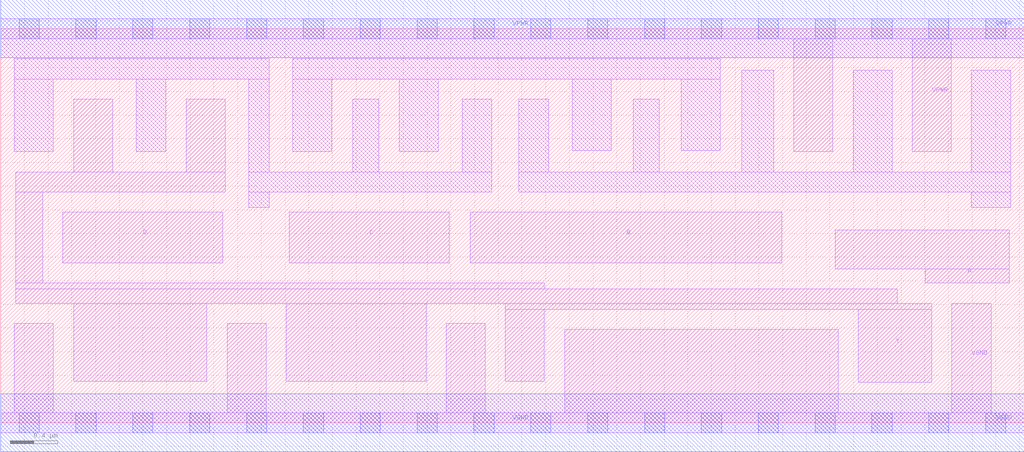
<source format=lef>
# Copyright 2020 The SkyWater PDK Authors
#
# Licensed under the Apache License, Version 2.0 (the "License");
# you may not use this file except in compliance with the License.
# You may obtain a copy of the License at
#
#     https://www.apache.org/licenses/LICENSE-2.0
#
# Unless required by applicable law or agreed to in writing, software
# distributed under the License is distributed on an "AS IS" BASIS,
# WITHOUT WARRANTIES OR CONDITIONS OF ANY KIND, either express or implied.
# See the License for the specific language governing permissions and
# limitations under the License.
#
# SPDX-License-Identifier: Apache-2.0

VERSION 5.7 ;
  NAMESCASESENSITIVE ON ;
  NOWIREEXTENSIONATPIN ON ;
  DIVIDERCHAR "/" ;
  BUSBITCHARS "[]" ;
UNITS
  DATABASE MICRONS 200 ;
END UNITS
MACRO sky130_fd_sc_hs__nor4_4
  CLASS CORE ;
  SOURCE USER ;
  FOREIGN sky130_fd_sc_hs__nor4_4 ;
  ORIGIN  0.000000  0.000000 ;
  SIZE  8.640000 BY  3.330000 ;
  SYMMETRY X Y ;
  SITE unit ;
  PIN A
    ANTENNAGATEAREA  0.894000 ;
    DIRECTION INPUT ;
    USE SIGNAL ;
    PORT
      LAYER li1 ;
        RECT 7.045000 1.300000 8.515000 1.630000 ;
        RECT 7.805000 1.180000 8.515000 1.300000 ;
    END
  END A
  PIN B
    ANTENNAGATEAREA  0.894000 ;
    DIRECTION INPUT ;
    USE SIGNAL ;
    PORT
      LAYER li1 ;
        RECT 3.965000 1.350000 6.595000 1.780000 ;
    END
  END B
  PIN C
    ANTENNAGATEAREA  0.894000 ;
    DIRECTION INPUT ;
    USE SIGNAL ;
    PORT
      LAYER li1 ;
        RECT 2.435000 1.350000 3.785000 1.780000 ;
    END
  END C
  PIN D
    ANTENNAGATEAREA  0.894000 ;
    DIRECTION INPUT ;
    USE SIGNAL ;
    PORT
      LAYER li1 ;
        RECT 0.525000 1.350000 1.875000 1.780000 ;
    END
  END D
  PIN Y
    ANTENNADIFFAREA  3.214400 ;
    DIRECTION OUTPUT ;
    USE SIGNAL ;
    PORT
      LAYER li1 ;
        RECT 0.125000 1.010000 7.570000 1.130000 ;
        RECT 0.125000 1.130000 4.590000 1.180000 ;
        RECT 0.125000 1.180000 0.355000 1.950000 ;
        RECT 0.125000 1.950000 1.895000 2.120000 ;
        RECT 0.615000 0.350000 1.740000 1.010000 ;
        RECT 0.615000 2.120000 0.945000 2.735000 ;
        RECT 1.565000 2.120000 1.895000 2.735000 ;
        RECT 2.410000 0.350000 3.590000 1.010000 ;
        RECT 4.260000 0.350000 4.590000 0.960000 ;
        RECT 4.260000 0.960000 7.860000 1.010000 ;
        RECT 7.240000 0.340000 7.860000 0.960000 ;
    END
  END Y
  PIN VGND
    DIRECTION INOUT ;
    USE GROUND ;
    PORT
      LAYER li1 ;
        RECT 0.000000 -0.085000 8.640000 0.085000 ;
        RECT 0.115000  0.085000 0.445000 0.840000 ;
        RECT 1.910000  0.085000 2.240000 0.840000 ;
        RECT 3.760000  0.085000 4.090000 0.840000 ;
        RECT 4.760000  0.085000 7.070000 0.790000 ;
        RECT 8.030000  0.085000 8.360000 1.010000 ;
      LAYER mcon ;
        RECT 0.155000 -0.085000 0.325000 0.085000 ;
        RECT 0.635000 -0.085000 0.805000 0.085000 ;
        RECT 1.115000 -0.085000 1.285000 0.085000 ;
        RECT 1.595000 -0.085000 1.765000 0.085000 ;
        RECT 2.075000 -0.085000 2.245000 0.085000 ;
        RECT 2.555000 -0.085000 2.725000 0.085000 ;
        RECT 3.035000 -0.085000 3.205000 0.085000 ;
        RECT 3.515000 -0.085000 3.685000 0.085000 ;
        RECT 3.995000 -0.085000 4.165000 0.085000 ;
        RECT 4.475000 -0.085000 4.645000 0.085000 ;
        RECT 4.955000 -0.085000 5.125000 0.085000 ;
        RECT 5.435000 -0.085000 5.605000 0.085000 ;
        RECT 5.915000 -0.085000 6.085000 0.085000 ;
        RECT 6.395000 -0.085000 6.565000 0.085000 ;
        RECT 6.875000 -0.085000 7.045000 0.085000 ;
        RECT 7.355000 -0.085000 7.525000 0.085000 ;
        RECT 7.835000 -0.085000 8.005000 0.085000 ;
        RECT 8.315000 -0.085000 8.485000 0.085000 ;
      LAYER met1 ;
        RECT 0.000000 -0.245000 8.640000 0.245000 ;
    END
  END VGND
  PIN VPWR
    DIRECTION INOUT ;
    USE POWER ;
    PORT
      LAYER li1 ;
        RECT 0.000000 3.245000 8.640000 3.415000 ;
        RECT 6.695000 2.290000 7.025000 3.245000 ;
        RECT 7.695000 2.290000 8.025000 3.245000 ;
      LAYER mcon ;
        RECT 0.155000 3.245000 0.325000 3.415000 ;
        RECT 0.635000 3.245000 0.805000 3.415000 ;
        RECT 1.115000 3.245000 1.285000 3.415000 ;
        RECT 1.595000 3.245000 1.765000 3.415000 ;
        RECT 2.075000 3.245000 2.245000 3.415000 ;
        RECT 2.555000 3.245000 2.725000 3.415000 ;
        RECT 3.035000 3.245000 3.205000 3.415000 ;
        RECT 3.515000 3.245000 3.685000 3.415000 ;
        RECT 3.995000 3.245000 4.165000 3.415000 ;
        RECT 4.475000 3.245000 4.645000 3.415000 ;
        RECT 4.955000 3.245000 5.125000 3.415000 ;
        RECT 5.435000 3.245000 5.605000 3.415000 ;
        RECT 5.915000 3.245000 6.085000 3.415000 ;
        RECT 6.395000 3.245000 6.565000 3.415000 ;
        RECT 6.875000 3.245000 7.045000 3.415000 ;
        RECT 7.355000 3.245000 7.525000 3.415000 ;
        RECT 7.835000 3.245000 8.005000 3.415000 ;
        RECT 8.315000 3.245000 8.485000 3.415000 ;
      LAYER met1 ;
        RECT 0.000000 3.085000 8.640000 3.575000 ;
    END
  END VPWR
  OBS
    LAYER li1 ;
      RECT 0.115000 2.290000 0.445000 2.905000 ;
      RECT 0.115000 2.905000 2.265000 3.075000 ;
      RECT 1.145000 2.290000 1.395000 2.905000 ;
      RECT 2.095000 1.820000 2.265000 1.950000 ;
      RECT 2.095000 1.950000 4.145000 2.120000 ;
      RECT 2.095000 2.120000 2.265000 2.905000 ;
      RECT 2.465000 2.290000 2.795000 2.905000 ;
      RECT 2.465000 2.905000 6.075000 3.075000 ;
      RECT 2.970000 2.120000 3.190000 2.735000 ;
      RECT 3.365000 2.290000 3.695000 2.905000 ;
      RECT 3.895000 2.120000 4.145000 2.735000 ;
      RECT 4.375000 1.950000 8.525000 2.120000 ;
      RECT 4.375000 2.120000 4.625000 2.735000 ;
      RECT 4.825000 2.300000 5.155000 2.905000 ;
      RECT 5.340000 2.120000 5.560000 2.735000 ;
      RECT 5.745000 2.300000 6.075000 2.905000 ;
      RECT 6.255000 2.120000 6.525000 2.980000 ;
      RECT 7.195000 2.120000 7.525000 2.980000 ;
      RECT 8.195000 1.820000 8.525000 1.950000 ;
      RECT 8.195000 2.120000 8.525000 2.980000 ;
  END
END sky130_fd_sc_hs__nor4_4

</source>
